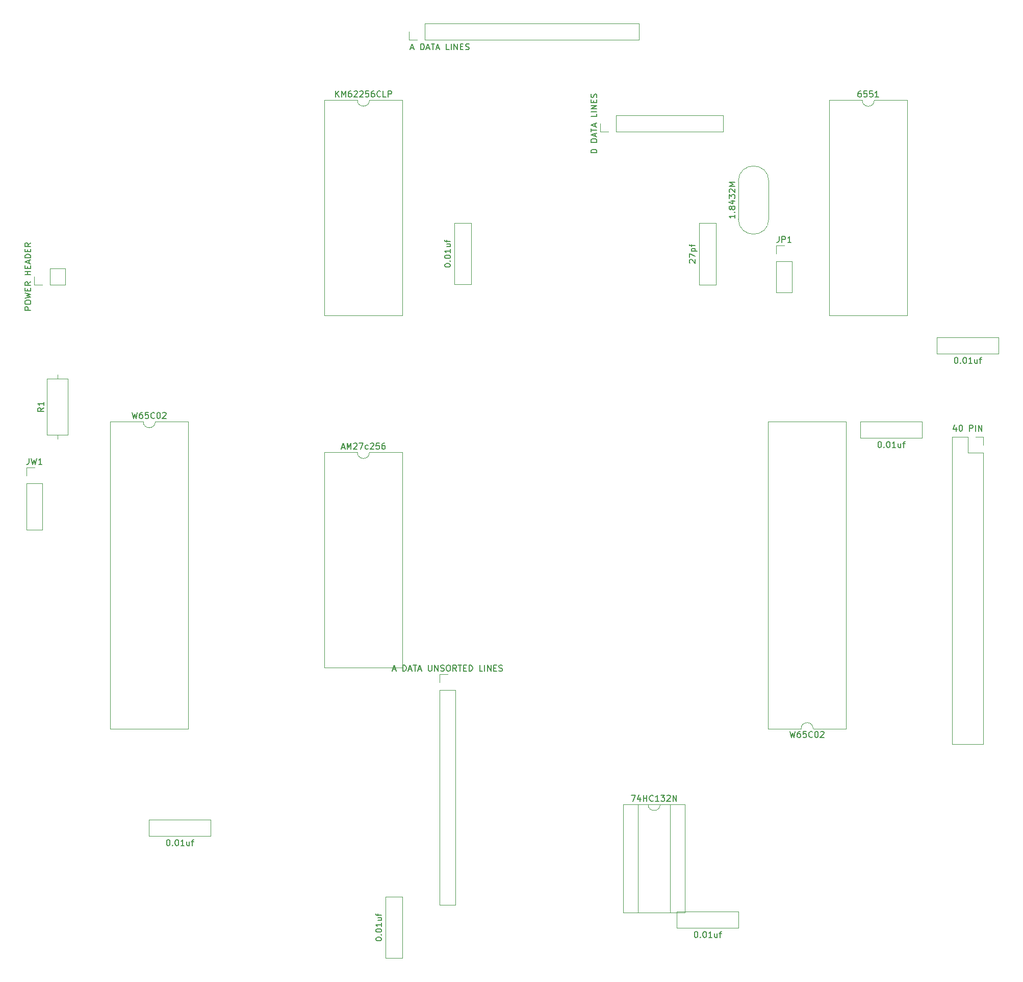
<source format=gbr>
%TF.GenerationSoftware,KiCad,Pcbnew,(6.0.9)*%
%TF.CreationDate,2022-12-08T08:54:28-05:00*%
%TF.ProjectId,6502_4,36353032-5f34-42e6-9b69-6361645f7063,rev?*%
%TF.SameCoordinates,Original*%
%TF.FileFunction,Legend,Top*%
%TF.FilePolarity,Positive*%
%FSLAX46Y46*%
G04 Gerber Fmt 4.6, Leading zero omitted, Abs format (unit mm)*
G04 Created by KiCad (PCBNEW (6.0.9)) date 2022-12-08 08:54:28*
%MOMM*%
%LPD*%
G01*
G04 APERTURE LIST*
%ADD10C,0.150000*%
%ADD11C,0.120000*%
G04 APERTURE END LIST*
D10*
%TO.C,D DATA LINES*%
X114962380Y-35337142D02*
X113962380Y-35337142D01*
X113962380Y-35099047D01*
X114010000Y-34956190D01*
X114105238Y-34860952D01*
X114200476Y-34813333D01*
X114390952Y-34765714D01*
X114533809Y-34765714D01*
X114724285Y-34813333D01*
X114819523Y-34860952D01*
X114914761Y-34956190D01*
X114962380Y-35099047D01*
X114962380Y-35337142D01*
X114962380Y-33575238D02*
X113962380Y-33575238D01*
X113962380Y-33337142D01*
X114010000Y-33194285D01*
X114105238Y-33099047D01*
X114200476Y-33051428D01*
X114390952Y-33003809D01*
X114533809Y-33003809D01*
X114724285Y-33051428D01*
X114819523Y-33099047D01*
X114914761Y-33194285D01*
X114962380Y-33337142D01*
X114962380Y-33575238D01*
X114676666Y-32622857D02*
X114676666Y-32146666D01*
X114962380Y-32718095D02*
X113962380Y-32384761D01*
X114962380Y-32051428D01*
X113962380Y-31860952D02*
X113962380Y-31289523D01*
X114962380Y-31575238D02*
X113962380Y-31575238D01*
X114676666Y-31003809D02*
X114676666Y-30527619D01*
X114962380Y-31099047D02*
X113962380Y-30765714D01*
X114962380Y-30432380D01*
X114962380Y-28860952D02*
X114962380Y-29337142D01*
X113962380Y-29337142D01*
X114962380Y-28527619D02*
X113962380Y-28527619D01*
X114962380Y-28051428D02*
X113962380Y-28051428D01*
X114962380Y-27480000D01*
X113962380Y-27480000D01*
X114438571Y-27003809D02*
X114438571Y-26670476D01*
X114962380Y-26527619D02*
X114962380Y-27003809D01*
X113962380Y-27003809D01*
X113962380Y-26527619D01*
X114914761Y-26146666D02*
X114962380Y-26003809D01*
X114962380Y-25765714D01*
X114914761Y-25670476D01*
X114867142Y-25622857D01*
X114771904Y-25575238D01*
X114676666Y-25575238D01*
X114581428Y-25622857D01*
X114533809Y-25670476D01*
X114486190Y-25765714D01*
X114438571Y-25956190D01*
X114390952Y-26051428D01*
X114343333Y-26099047D01*
X114248095Y-26146666D01*
X114152857Y-26146666D01*
X114057619Y-26099047D01*
X114010000Y-26051428D01*
X113962380Y-25956190D01*
X113962380Y-25718095D01*
X114010000Y-25575238D01*
%TO.C,0.01uf*%
X161853809Y-83232380D02*
X161949047Y-83232380D01*
X162044285Y-83280000D01*
X162091904Y-83327619D01*
X162139523Y-83422857D01*
X162187142Y-83613333D01*
X162187142Y-83851428D01*
X162139523Y-84041904D01*
X162091904Y-84137142D01*
X162044285Y-84184761D01*
X161949047Y-84232380D01*
X161853809Y-84232380D01*
X161758571Y-84184761D01*
X161710952Y-84137142D01*
X161663333Y-84041904D01*
X161615714Y-83851428D01*
X161615714Y-83613333D01*
X161663333Y-83422857D01*
X161710952Y-83327619D01*
X161758571Y-83280000D01*
X161853809Y-83232380D01*
X162615714Y-84137142D02*
X162663333Y-84184761D01*
X162615714Y-84232380D01*
X162568095Y-84184761D01*
X162615714Y-84137142D01*
X162615714Y-84232380D01*
X163282380Y-83232380D02*
X163377619Y-83232380D01*
X163472857Y-83280000D01*
X163520476Y-83327619D01*
X163568095Y-83422857D01*
X163615714Y-83613333D01*
X163615714Y-83851428D01*
X163568095Y-84041904D01*
X163520476Y-84137142D01*
X163472857Y-84184761D01*
X163377619Y-84232380D01*
X163282380Y-84232380D01*
X163187142Y-84184761D01*
X163139523Y-84137142D01*
X163091904Y-84041904D01*
X163044285Y-83851428D01*
X163044285Y-83613333D01*
X163091904Y-83422857D01*
X163139523Y-83327619D01*
X163187142Y-83280000D01*
X163282380Y-83232380D01*
X164568095Y-84232380D02*
X163996666Y-84232380D01*
X164282380Y-84232380D02*
X164282380Y-83232380D01*
X164187142Y-83375238D01*
X164091904Y-83470476D01*
X163996666Y-83518095D01*
X165425238Y-83565714D02*
X165425238Y-84232380D01*
X164996666Y-83565714D02*
X164996666Y-84089523D01*
X165044285Y-84184761D01*
X165139523Y-84232380D01*
X165282380Y-84232380D01*
X165377619Y-84184761D01*
X165425238Y-84137142D01*
X165758571Y-83565714D02*
X166139523Y-83565714D01*
X165901428Y-84232380D02*
X165901428Y-83375238D01*
X165949047Y-83280000D01*
X166044285Y-83232380D01*
X166139523Y-83232380D01*
%TO.C,6551*%
X158776904Y-25072380D02*
X158586428Y-25072380D01*
X158491190Y-25120000D01*
X158443571Y-25167619D01*
X158348333Y-25310476D01*
X158300714Y-25500952D01*
X158300714Y-25881904D01*
X158348333Y-25977142D01*
X158395952Y-26024761D01*
X158491190Y-26072380D01*
X158681666Y-26072380D01*
X158776904Y-26024761D01*
X158824523Y-25977142D01*
X158872142Y-25881904D01*
X158872142Y-25643809D01*
X158824523Y-25548571D01*
X158776904Y-25500952D01*
X158681666Y-25453333D01*
X158491190Y-25453333D01*
X158395952Y-25500952D01*
X158348333Y-25548571D01*
X158300714Y-25643809D01*
X159776904Y-25072380D02*
X159300714Y-25072380D01*
X159253095Y-25548571D01*
X159300714Y-25500952D01*
X159395952Y-25453333D01*
X159634047Y-25453333D01*
X159729285Y-25500952D01*
X159776904Y-25548571D01*
X159824523Y-25643809D01*
X159824523Y-25881904D01*
X159776904Y-25977142D01*
X159729285Y-26024761D01*
X159634047Y-26072380D01*
X159395952Y-26072380D01*
X159300714Y-26024761D01*
X159253095Y-25977142D01*
X160729285Y-25072380D02*
X160253095Y-25072380D01*
X160205476Y-25548571D01*
X160253095Y-25500952D01*
X160348333Y-25453333D01*
X160586428Y-25453333D01*
X160681666Y-25500952D01*
X160729285Y-25548571D01*
X160776904Y-25643809D01*
X160776904Y-25881904D01*
X160729285Y-25977142D01*
X160681666Y-26024761D01*
X160586428Y-26072380D01*
X160348333Y-26072380D01*
X160253095Y-26024761D01*
X160205476Y-25977142D01*
X161729285Y-26072380D02*
X161157857Y-26072380D01*
X161443571Y-26072380D02*
X161443571Y-25072380D01*
X161348333Y-25215238D01*
X161253095Y-25310476D01*
X161157857Y-25358095D01*
%TO.C,JP1*%
X145216666Y-49192380D02*
X145216666Y-49906666D01*
X145169047Y-50049523D01*
X145073809Y-50144761D01*
X144930952Y-50192380D01*
X144835714Y-50192380D01*
X145692857Y-50192380D02*
X145692857Y-49192380D01*
X146073809Y-49192380D01*
X146169047Y-49240000D01*
X146216666Y-49287619D01*
X146264285Y-49382857D01*
X146264285Y-49525714D01*
X146216666Y-49620952D01*
X146169047Y-49668571D01*
X146073809Y-49716190D01*
X145692857Y-49716190D01*
X147216666Y-50192380D02*
X146645238Y-50192380D01*
X146930952Y-50192380D02*
X146930952Y-49192380D01*
X146835714Y-49335238D01*
X146740476Y-49430476D01*
X146645238Y-49478095D01*
%TO.C,74HC132N*%
X120684285Y-141897380D02*
X121350952Y-141897380D01*
X120922380Y-142897380D01*
X122160476Y-142230714D02*
X122160476Y-142897380D01*
X121922380Y-141849761D02*
X121684285Y-142564047D01*
X122303333Y-142564047D01*
X122684285Y-142897380D02*
X122684285Y-141897380D01*
X122684285Y-142373571D02*
X123255714Y-142373571D01*
X123255714Y-142897380D02*
X123255714Y-141897380D01*
X124303333Y-142802142D02*
X124255714Y-142849761D01*
X124112857Y-142897380D01*
X124017619Y-142897380D01*
X123874761Y-142849761D01*
X123779523Y-142754523D01*
X123731904Y-142659285D01*
X123684285Y-142468809D01*
X123684285Y-142325952D01*
X123731904Y-142135476D01*
X123779523Y-142040238D01*
X123874761Y-141945000D01*
X124017619Y-141897380D01*
X124112857Y-141897380D01*
X124255714Y-141945000D01*
X124303333Y-141992619D01*
X125255714Y-142897380D02*
X124684285Y-142897380D01*
X124970000Y-142897380D02*
X124970000Y-141897380D01*
X124874761Y-142040238D01*
X124779523Y-142135476D01*
X124684285Y-142183095D01*
X125589047Y-141897380D02*
X126208095Y-141897380D01*
X125874761Y-142278333D01*
X126017619Y-142278333D01*
X126112857Y-142325952D01*
X126160476Y-142373571D01*
X126208095Y-142468809D01*
X126208095Y-142706904D01*
X126160476Y-142802142D01*
X126112857Y-142849761D01*
X126017619Y-142897380D01*
X125731904Y-142897380D01*
X125636666Y-142849761D01*
X125589047Y-142802142D01*
X126589047Y-141992619D02*
X126636666Y-141945000D01*
X126731904Y-141897380D01*
X126970000Y-141897380D01*
X127065238Y-141945000D01*
X127112857Y-141992619D01*
X127160476Y-142087857D01*
X127160476Y-142183095D01*
X127112857Y-142325952D01*
X126541428Y-142897380D01*
X127160476Y-142897380D01*
X127589047Y-142897380D02*
X127589047Y-141897380D01*
X128160476Y-142897380D01*
X128160476Y-141897380D01*
%TO.C,POWER HEADER*%
X20982380Y-61427619D02*
X19982380Y-61427619D01*
X19982380Y-61046666D01*
X20030000Y-60951428D01*
X20077619Y-60903809D01*
X20172857Y-60856190D01*
X20315714Y-60856190D01*
X20410952Y-60903809D01*
X20458571Y-60951428D01*
X20506190Y-61046666D01*
X20506190Y-61427619D01*
X19982380Y-60237142D02*
X19982380Y-60046666D01*
X20030000Y-59951428D01*
X20125238Y-59856190D01*
X20315714Y-59808571D01*
X20649047Y-59808571D01*
X20839523Y-59856190D01*
X20934761Y-59951428D01*
X20982380Y-60046666D01*
X20982380Y-60237142D01*
X20934761Y-60332380D01*
X20839523Y-60427619D01*
X20649047Y-60475238D01*
X20315714Y-60475238D01*
X20125238Y-60427619D01*
X20030000Y-60332380D01*
X19982380Y-60237142D01*
X19982380Y-59475238D02*
X20982380Y-59237142D01*
X20268095Y-59046666D01*
X20982380Y-58856190D01*
X19982380Y-58618095D01*
X20458571Y-58237142D02*
X20458571Y-57903809D01*
X20982380Y-57760952D02*
X20982380Y-58237142D01*
X19982380Y-58237142D01*
X19982380Y-57760952D01*
X20982380Y-56760952D02*
X20506190Y-57094285D01*
X20982380Y-57332380D02*
X19982380Y-57332380D01*
X19982380Y-56951428D01*
X20030000Y-56856190D01*
X20077619Y-56808571D01*
X20172857Y-56760952D01*
X20315714Y-56760952D01*
X20410952Y-56808571D01*
X20458571Y-56856190D01*
X20506190Y-56951428D01*
X20506190Y-57332380D01*
X20982380Y-55570476D02*
X19982380Y-55570476D01*
X20458571Y-55570476D02*
X20458571Y-54999047D01*
X20982380Y-54999047D02*
X19982380Y-54999047D01*
X20458571Y-54522857D02*
X20458571Y-54189523D01*
X20982380Y-54046666D02*
X20982380Y-54522857D01*
X19982380Y-54522857D01*
X19982380Y-54046666D01*
X20696666Y-53665714D02*
X20696666Y-53189523D01*
X20982380Y-53760952D02*
X19982380Y-53427619D01*
X20982380Y-53094285D01*
X20982380Y-52760952D02*
X19982380Y-52760952D01*
X19982380Y-52522857D01*
X20030000Y-52380000D01*
X20125238Y-52284761D01*
X20220476Y-52237142D01*
X20410952Y-52189523D01*
X20553809Y-52189523D01*
X20744285Y-52237142D01*
X20839523Y-52284761D01*
X20934761Y-52380000D01*
X20982380Y-52522857D01*
X20982380Y-52760952D01*
X20458571Y-51760952D02*
X20458571Y-51427619D01*
X20982380Y-51284761D02*
X20982380Y-51760952D01*
X19982380Y-51760952D01*
X19982380Y-51284761D01*
X20982380Y-50284761D02*
X20506190Y-50618095D01*
X20982380Y-50856190D02*
X19982380Y-50856190D01*
X19982380Y-50475238D01*
X20030000Y-50380000D01*
X20077619Y-50332380D01*
X20172857Y-50284761D01*
X20315714Y-50284761D01*
X20410952Y-50332380D01*
X20458571Y-50380000D01*
X20506190Y-50475238D01*
X20506190Y-50856190D01*
%TO.C,0.01uf*%
X89662380Y-54046190D02*
X89662380Y-53950952D01*
X89710000Y-53855714D01*
X89757619Y-53808095D01*
X89852857Y-53760476D01*
X90043333Y-53712857D01*
X90281428Y-53712857D01*
X90471904Y-53760476D01*
X90567142Y-53808095D01*
X90614761Y-53855714D01*
X90662380Y-53950952D01*
X90662380Y-54046190D01*
X90614761Y-54141428D01*
X90567142Y-54189047D01*
X90471904Y-54236666D01*
X90281428Y-54284285D01*
X90043333Y-54284285D01*
X89852857Y-54236666D01*
X89757619Y-54189047D01*
X89710000Y-54141428D01*
X89662380Y-54046190D01*
X90567142Y-53284285D02*
X90614761Y-53236666D01*
X90662380Y-53284285D01*
X90614761Y-53331904D01*
X90567142Y-53284285D01*
X90662380Y-53284285D01*
X89662380Y-52617619D02*
X89662380Y-52522380D01*
X89710000Y-52427142D01*
X89757619Y-52379523D01*
X89852857Y-52331904D01*
X90043333Y-52284285D01*
X90281428Y-52284285D01*
X90471904Y-52331904D01*
X90567142Y-52379523D01*
X90614761Y-52427142D01*
X90662380Y-52522380D01*
X90662380Y-52617619D01*
X90614761Y-52712857D01*
X90567142Y-52760476D01*
X90471904Y-52808095D01*
X90281428Y-52855714D01*
X90043333Y-52855714D01*
X89852857Y-52808095D01*
X89757619Y-52760476D01*
X89710000Y-52712857D01*
X89662380Y-52617619D01*
X90662380Y-51331904D02*
X90662380Y-51903333D01*
X90662380Y-51617619D02*
X89662380Y-51617619D01*
X89805238Y-51712857D01*
X89900476Y-51808095D01*
X89948095Y-51903333D01*
X89995714Y-50474761D02*
X90662380Y-50474761D01*
X89995714Y-50903333D02*
X90519523Y-50903333D01*
X90614761Y-50855714D01*
X90662380Y-50760476D01*
X90662380Y-50617619D01*
X90614761Y-50522380D01*
X90567142Y-50474761D01*
X89995714Y-50141428D02*
X89995714Y-49760476D01*
X90662380Y-49998571D02*
X89805238Y-49998571D01*
X89710000Y-49950952D01*
X89662380Y-49855714D01*
X89662380Y-49760476D01*
%TO.C,JW1*%
X20685238Y-86022380D02*
X20685238Y-86736666D01*
X20637619Y-86879523D01*
X20542380Y-86974761D01*
X20399523Y-87022380D01*
X20304285Y-87022380D01*
X21066190Y-86022380D02*
X21304285Y-87022380D01*
X21494761Y-86308095D01*
X21685238Y-87022380D01*
X21923333Y-86022380D01*
X22828095Y-87022380D02*
X22256666Y-87022380D01*
X22542380Y-87022380D02*
X22542380Y-86022380D01*
X22447142Y-86165238D01*
X22351904Y-86260476D01*
X22256666Y-86308095D01*
%TO.C,0.01uf*%
X174553809Y-69262380D02*
X174649047Y-69262380D01*
X174744285Y-69310000D01*
X174791904Y-69357619D01*
X174839523Y-69452857D01*
X174887142Y-69643333D01*
X174887142Y-69881428D01*
X174839523Y-70071904D01*
X174791904Y-70167142D01*
X174744285Y-70214761D01*
X174649047Y-70262380D01*
X174553809Y-70262380D01*
X174458571Y-70214761D01*
X174410952Y-70167142D01*
X174363333Y-70071904D01*
X174315714Y-69881428D01*
X174315714Y-69643333D01*
X174363333Y-69452857D01*
X174410952Y-69357619D01*
X174458571Y-69310000D01*
X174553809Y-69262380D01*
X175315714Y-70167142D02*
X175363333Y-70214761D01*
X175315714Y-70262380D01*
X175268095Y-70214761D01*
X175315714Y-70167142D01*
X175315714Y-70262380D01*
X175982380Y-69262380D02*
X176077619Y-69262380D01*
X176172857Y-69310000D01*
X176220476Y-69357619D01*
X176268095Y-69452857D01*
X176315714Y-69643333D01*
X176315714Y-69881428D01*
X176268095Y-70071904D01*
X176220476Y-70167142D01*
X176172857Y-70214761D01*
X176077619Y-70262380D01*
X175982380Y-70262380D01*
X175887142Y-70214761D01*
X175839523Y-70167142D01*
X175791904Y-70071904D01*
X175744285Y-69881428D01*
X175744285Y-69643333D01*
X175791904Y-69452857D01*
X175839523Y-69357619D01*
X175887142Y-69310000D01*
X175982380Y-69262380D01*
X177268095Y-70262380D02*
X176696666Y-70262380D01*
X176982380Y-70262380D02*
X176982380Y-69262380D01*
X176887142Y-69405238D01*
X176791904Y-69500476D01*
X176696666Y-69548095D01*
X178125238Y-69595714D02*
X178125238Y-70262380D01*
X177696666Y-69595714D02*
X177696666Y-70119523D01*
X177744285Y-70214761D01*
X177839523Y-70262380D01*
X177982380Y-70262380D01*
X178077619Y-70214761D01*
X178125238Y-70167142D01*
X178458571Y-69595714D02*
X178839523Y-69595714D01*
X178601428Y-70262380D02*
X178601428Y-69405238D01*
X178649047Y-69310000D01*
X178744285Y-69262380D01*
X178839523Y-69262380D01*
%TO.C,AM27c256*%
X72575952Y-84206666D02*
X73052142Y-84206666D01*
X72480714Y-84492380D02*
X72814047Y-83492380D01*
X73147380Y-84492380D01*
X73480714Y-84492380D02*
X73480714Y-83492380D01*
X73814047Y-84206666D01*
X74147380Y-83492380D01*
X74147380Y-84492380D01*
X74575952Y-83587619D02*
X74623571Y-83540000D01*
X74718809Y-83492380D01*
X74956904Y-83492380D01*
X75052142Y-83540000D01*
X75099761Y-83587619D01*
X75147380Y-83682857D01*
X75147380Y-83778095D01*
X75099761Y-83920952D01*
X74528333Y-84492380D01*
X75147380Y-84492380D01*
X75480714Y-83492380D02*
X76147380Y-83492380D01*
X75718809Y-84492380D01*
X76956904Y-84444761D02*
X76861666Y-84492380D01*
X76671190Y-84492380D01*
X76575952Y-84444761D01*
X76528333Y-84397142D01*
X76480714Y-84301904D01*
X76480714Y-84016190D01*
X76528333Y-83920952D01*
X76575952Y-83873333D01*
X76671190Y-83825714D01*
X76861666Y-83825714D01*
X76956904Y-83873333D01*
X77337857Y-83587619D02*
X77385476Y-83540000D01*
X77480714Y-83492380D01*
X77718809Y-83492380D01*
X77814047Y-83540000D01*
X77861666Y-83587619D01*
X77909285Y-83682857D01*
X77909285Y-83778095D01*
X77861666Y-83920952D01*
X77290238Y-84492380D01*
X77909285Y-84492380D01*
X78814047Y-83492380D02*
X78337857Y-83492380D01*
X78290238Y-83968571D01*
X78337857Y-83920952D01*
X78433095Y-83873333D01*
X78671190Y-83873333D01*
X78766428Y-83920952D01*
X78814047Y-83968571D01*
X78861666Y-84063809D01*
X78861666Y-84301904D01*
X78814047Y-84397142D01*
X78766428Y-84444761D01*
X78671190Y-84492380D01*
X78433095Y-84492380D01*
X78337857Y-84444761D01*
X78290238Y-84397142D01*
X79718809Y-83492380D02*
X79528333Y-83492380D01*
X79433095Y-83540000D01*
X79385476Y-83587619D01*
X79290238Y-83730476D01*
X79242619Y-83920952D01*
X79242619Y-84301904D01*
X79290238Y-84397142D01*
X79337857Y-84444761D01*
X79433095Y-84492380D01*
X79623571Y-84492380D01*
X79718809Y-84444761D01*
X79766428Y-84397142D01*
X79814047Y-84301904D01*
X79814047Y-84063809D01*
X79766428Y-83968571D01*
X79718809Y-83920952D01*
X79623571Y-83873333D01*
X79433095Y-83873333D01*
X79337857Y-83920952D01*
X79290238Y-83968571D01*
X79242619Y-84063809D01*
%TO.C,27pf*%
X130397619Y-53610000D02*
X130350000Y-53562380D01*
X130302380Y-53467142D01*
X130302380Y-53229047D01*
X130350000Y-53133809D01*
X130397619Y-53086190D01*
X130492857Y-53038571D01*
X130588095Y-53038571D01*
X130730952Y-53086190D01*
X131302380Y-53657619D01*
X131302380Y-53038571D01*
X130302380Y-52705238D02*
X130302380Y-52038571D01*
X131302380Y-52467142D01*
X130635714Y-51657619D02*
X131635714Y-51657619D01*
X130683333Y-51657619D02*
X130635714Y-51562380D01*
X130635714Y-51371904D01*
X130683333Y-51276666D01*
X130730952Y-51229047D01*
X130826190Y-51181428D01*
X131111904Y-51181428D01*
X131207142Y-51229047D01*
X131254761Y-51276666D01*
X131302380Y-51371904D01*
X131302380Y-51562380D01*
X131254761Y-51657619D01*
X130635714Y-50895714D02*
X130635714Y-50514761D01*
X131302380Y-50752857D02*
X130445238Y-50752857D01*
X130350000Y-50705238D01*
X130302380Y-50610000D01*
X130302380Y-50514761D01*
%TO.C,R1*%
X23132380Y-77636666D02*
X22656190Y-77970000D01*
X23132380Y-78208095D02*
X22132380Y-78208095D01*
X22132380Y-77827142D01*
X22180000Y-77731904D01*
X22227619Y-77684285D01*
X22322857Y-77636666D01*
X22465714Y-77636666D01*
X22560952Y-77684285D01*
X22608571Y-77731904D01*
X22656190Y-77827142D01*
X22656190Y-78208095D01*
X23132380Y-76684285D02*
X23132380Y-77255714D01*
X23132380Y-76970000D02*
X22132380Y-76970000D01*
X22275238Y-77065238D01*
X22370476Y-77160476D01*
X22418095Y-77255714D01*
%TO.C,0.01uf*%
X131373809Y-164512380D02*
X131469047Y-164512380D01*
X131564285Y-164560000D01*
X131611904Y-164607619D01*
X131659523Y-164702857D01*
X131707142Y-164893333D01*
X131707142Y-165131428D01*
X131659523Y-165321904D01*
X131611904Y-165417142D01*
X131564285Y-165464761D01*
X131469047Y-165512380D01*
X131373809Y-165512380D01*
X131278571Y-165464761D01*
X131230952Y-165417142D01*
X131183333Y-165321904D01*
X131135714Y-165131428D01*
X131135714Y-164893333D01*
X131183333Y-164702857D01*
X131230952Y-164607619D01*
X131278571Y-164560000D01*
X131373809Y-164512380D01*
X132135714Y-165417142D02*
X132183333Y-165464761D01*
X132135714Y-165512380D01*
X132088095Y-165464761D01*
X132135714Y-165417142D01*
X132135714Y-165512380D01*
X132802380Y-164512380D02*
X132897619Y-164512380D01*
X132992857Y-164560000D01*
X133040476Y-164607619D01*
X133088095Y-164702857D01*
X133135714Y-164893333D01*
X133135714Y-165131428D01*
X133088095Y-165321904D01*
X133040476Y-165417142D01*
X132992857Y-165464761D01*
X132897619Y-165512380D01*
X132802380Y-165512380D01*
X132707142Y-165464761D01*
X132659523Y-165417142D01*
X132611904Y-165321904D01*
X132564285Y-165131428D01*
X132564285Y-164893333D01*
X132611904Y-164702857D01*
X132659523Y-164607619D01*
X132707142Y-164560000D01*
X132802380Y-164512380D01*
X134088095Y-165512380D02*
X133516666Y-165512380D01*
X133802380Y-165512380D02*
X133802380Y-164512380D01*
X133707142Y-164655238D01*
X133611904Y-164750476D01*
X133516666Y-164798095D01*
X134945238Y-164845714D02*
X134945238Y-165512380D01*
X134516666Y-164845714D02*
X134516666Y-165369523D01*
X134564285Y-165464761D01*
X134659523Y-165512380D01*
X134802380Y-165512380D01*
X134897619Y-165464761D01*
X134945238Y-165417142D01*
X135278571Y-164845714D02*
X135659523Y-164845714D01*
X135421428Y-165512380D02*
X135421428Y-164655238D01*
X135469047Y-164560000D01*
X135564285Y-164512380D01*
X135659523Y-164512380D01*
%TO.C,KM62256CLP*%
X71580952Y-26062380D02*
X71580952Y-25062380D01*
X72152380Y-26062380D02*
X71723809Y-25490952D01*
X72152380Y-25062380D02*
X71580952Y-25633809D01*
X72580952Y-26062380D02*
X72580952Y-25062380D01*
X72914285Y-25776666D01*
X73247619Y-25062380D01*
X73247619Y-26062380D01*
X74152380Y-25062380D02*
X73961904Y-25062380D01*
X73866666Y-25110000D01*
X73819047Y-25157619D01*
X73723809Y-25300476D01*
X73676190Y-25490952D01*
X73676190Y-25871904D01*
X73723809Y-25967142D01*
X73771428Y-26014761D01*
X73866666Y-26062380D01*
X74057142Y-26062380D01*
X74152380Y-26014761D01*
X74200000Y-25967142D01*
X74247619Y-25871904D01*
X74247619Y-25633809D01*
X74200000Y-25538571D01*
X74152380Y-25490952D01*
X74057142Y-25443333D01*
X73866666Y-25443333D01*
X73771428Y-25490952D01*
X73723809Y-25538571D01*
X73676190Y-25633809D01*
X74628571Y-25157619D02*
X74676190Y-25110000D01*
X74771428Y-25062380D01*
X75009523Y-25062380D01*
X75104761Y-25110000D01*
X75152380Y-25157619D01*
X75200000Y-25252857D01*
X75200000Y-25348095D01*
X75152380Y-25490952D01*
X74580952Y-26062380D01*
X75200000Y-26062380D01*
X75580952Y-25157619D02*
X75628571Y-25110000D01*
X75723809Y-25062380D01*
X75961904Y-25062380D01*
X76057142Y-25110000D01*
X76104761Y-25157619D01*
X76152380Y-25252857D01*
X76152380Y-25348095D01*
X76104761Y-25490952D01*
X75533333Y-26062380D01*
X76152380Y-26062380D01*
X77057142Y-25062380D02*
X76580952Y-25062380D01*
X76533333Y-25538571D01*
X76580952Y-25490952D01*
X76676190Y-25443333D01*
X76914285Y-25443333D01*
X77009523Y-25490952D01*
X77057142Y-25538571D01*
X77104761Y-25633809D01*
X77104761Y-25871904D01*
X77057142Y-25967142D01*
X77009523Y-26014761D01*
X76914285Y-26062380D01*
X76676190Y-26062380D01*
X76580952Y-26014761D01*
X76533333Y-25967142D01*
X77961904Y-25062380D02*
X77771428Y-25062380D01*
X77676190Y-25110000D01*
X77628571Y-25157619D01*
X77533333Y-25300476D01*
X77485714Y-25490952D01*
X77485714Y-25871904D01*
X77533333Y-25967142D01*
X77580952Y-26014761D01*
X77676190Y-26062380D01*
X77866666Y-26062380D01*
X77961904Y-26014761D01*
X78009523Y-25967142D01*
X78057142Y-25871904D01*
X78057142Y-25633809D01*
X78009523Y-25538571D01*
X77961904Y-25490952D01*
X77866666Y-25443333D01*
X77676190Y-25443333D01*
X77580952Y-25490952D01*
X77533333Y-25538571D01*
X77485714Y-25633809D01*
X79057142Y-25967142D02*
X79009523Y-26014761D01*
X78866666Y-26062380D01*
X78771428Y-26062380D01*
X78628571Y-26014761D01*
X78533333Y-25919523D01*
X78485714Y-25824285D01*
X78438095Y-25633809D01*
X78438095Y-25490952D01*
X78485714Y-25300476D01*
X78533333Y-25205238D01*
X78628571Y-25110000D01*
X78771428Y-25062380D01*
X78866666Y-25062380D01*
X79009523Y-25110000D01*
X79057142Y-25157619D01*
X79961904Y-26062380D02*
X79485714Y-26062380D01*
X79485714Y-25062380D01*
X80295238Y-26062380D02*
X80295238Y-25062380D01*
X80676190Y-25062380D01*
X80771428Y-25110000D01*
X80819047Y-25157619D01*
X80866666Y-25252857D01*
X80866666Y-25395714D01*
X80819047Y-25490952D01*
X80771428Y-25538571D01*
X80676190Y-25586190D01*
X80295238Y-25586190D01*
%TO.C,W65C02*%
X37806666Y-78397380D02*
X38044761Y-79397380D01*
X38235238Y-78683095D01*
X38425714Y-79397380D01*
X38663809Y-78397380D01*
X39473333Y-78397380D02*
X39282857Y-78397380D01*
X39187619Y-78445000D01*
X39140000Y-78492619D01*
X39044761Y-78635476D01*
X38997142Y-78825952D01*
X38997142Y-79206904D01*
X39044761Y-79302142D01*
X39092380Y-79349761D01*
X39187619Y-79397380D01*
X39378095Y-79397380D01*
X39473333Y-79349761D01*
X39520952Y-79302142D01*
X39568571Y-79206904D01*
X39568571Y-78968809D01*
X39520952Y-78873571D01*
X39473333Y-78825952D01*
X39378095Y-78778333D01*
X39187619Y-78778333D01*
X39092380Y-78825952D01*
X39044761Y-78873571D01*
X38997142Y-78968809D01*
X40473333Y-78397380D02*
X39997142Y-78397380D01*
X39949523Y-78873571D01*
X39997142Y-78825952D01*
X40092380Y-78778333D01*
X40330476Y-78778333D01*
X40425714Y-78825952D01*
X40473333Y-78873571D01*
X40520952Y-78968809D01*
X40520952Y-79206904D01*
X40473333Y-79302142D01*
X40425714Y-79349761D01*
X40330476Y-79397380D01*
X40092380Y-79397380D01*
X39997142Y-79349761D01*
X39949523Y-79302142D01*
X41520952Y-79302142D02*
X41473333Y-79349761D01*
X41330476Y-79397380D01*
X41235238Y-79397380D01*
X41092380Y-79349761D01*
X40997142Y-79254523D01*
X40949523Y-79159285D01*
X40901904Y-78968809D01*
X40901904Y-78825952D01*
X40949523Y-78635476D01*
X40997142Y-78540238D01*
X41092380Y-78445000D01*
X41235238Y-78397380D01*
X41330476Y-78397380D01*
X41473333Y-78445000D01*
X41520952Y-78492619D01*
X42140000Y-78397380D02*
X42235238Y-78397380D01*
X42330476Y-78445000D01*
X42378095Y-78492619D01*
X42425714Y-78587857D01*
X42473333Y-78778333D01*
X42473333Y-79016428D01*
X42425714Y-79206904D01*
X42378095Y-79302142D01*
X42330476Y-79349761D01*
X42235238Y-79397380D01*
X42140000Y-79397380D01*
X42044761Y-79349761D01*
X41997142Y-79302142D01*
X41949523Y-79206904D01*
X41901904Y-79016428D01*
X41901904Y-78778333D01*
X41949523Y-78587857D01*
X41997142Y-78492619D01*
X42044761Y-78445000D01*
X42140000Y-78397380D01*
X42854285Y-78492619D02*
X42901904Y-78445000D01*
X42997142Y-78397380D01*
X43235238Y-78397380D01*
X43330476Y-78445000D01*
X43378095Y-78492619D01*
X43425714Y-78587857D01*
X43425714Y-78683095D01*
X43378095Y-78825952D01*
X42806666Y-79397380D01*
X43425714Y-79397380D01*
%TO.C,40 PIN*%
X174601428Y-80835714D02*
X174601428Y-81502380D01*
X174363333Y-80454761D02*
X174125238Y-81169047D01*
X174744285Y-81169047D01*
X175315714Y-80502380D02*
X175410952Y-80502380D01*
X175506190Y-80550000D01*
X175553809Y-80597619D01*
X175601428Y-80692857D01*
X175649047Y-80883333D01*
X175649047Y-81121428D01*
X175601428Y-81311904D01*
X175553809Y-81407142D01*
X175506190Y-81454761D01*
X175410952Y-81502380D01*
X175315714Y-81502380D01*
X175220476Y-81454761D01*
X175172857Y-81407142D01*
X175125238Y-81311904D01*
X175077619Y-81121428D01*
X175077619Y-80883333D01*
X175125238Y-80692857D01*
X175172857Y-80597619D01*
X175220476Y-80550000D01*
X175315714Y-80502380D01*
X176839523Y-81502380D02*
X176839523Y-80502380D01*
X177220476Y-80502380D01*
X177315714Y-80550000D01*
X177363333Y-80597619D01*
X177410952Y-80692857D01*
X177410952Y-80835714D01*
X177363333Y-80930952D01*
X177315714Y-80978571D01*
X177220476Y-81026190D01*
X176839523Y-81026190D01*
X177839523Y-81502380D02*
X177839523Y-80502380D01*
X178315714Y-81502380D02*
X178315714Y-80502380D01*
X178887142Y-81502380D01*
X178887142Y-80502380D01*
%TO.C,W65C02*%
X147031666Y-131317380D02*
X147269761Y-132317380D01*
X147460238Y-131603095D01*
X147650714Y-132317380D01*
X147888809Y-131317380D01*
X148698333Y-131317380D02*
X148507857Y-131317380D01*
X148412619Y-131365000D01*
X148365000Y-131412619D01*
X148269761Y-131555476D01*
X148222142Y-131745952D01*
X148222142Y-132126904D01*
X148269761Y-132222142D01*
X148317380Y-132269761D01*
X148412619Y-132317380D01*
X148603095Y-132317380D01*
X148698333Y-132269761D01*
X148745952Y-132222142D01*
X148793571Y-132126904D01*
X148793571Y-131888809D01*
X148745952Y-131793571D01*
X148698333Y-131745952D01*
X148603095Y-131698333D01*
X148412619Y-131698333D01*
X148317380Y-131745952D01*
X148269761Y-131793571D01*
X148222142Y-131888809D01*
X149698333Y-131317380D02*
X149222142Y-131317380D01*
X149174523Y-131793571D01*
X149222142Y-131745952D01*
X149317380Y-131698333D01*
X149555476Y-131698333D01*
X149650714Y-131745952D01*
X149698333Y-131793571D01*
X149745952Y-131888809D01*
X149745952Y-132126904D01*
X149698333Y-132222142D01*
X149650714Y-132269761D01*
X149555476Y-132317380D01*
X149317380Y-132317380D01*
X149222142Y-132269761D01*
X149174523Y-132222142D01*
X150745952Y-132222142D02*
X150698333Y-132269761D01*
X150555476Y-132317380D01*
X150460238Y-132317380D01*
X150317380Y-132269761D01*
X150222142Y-132174523D01*
X150174523Y-132079285D01*
X150126904Y-131888809D01*
X150126904Y-131745952D01*
X150174523Y-131555476D01*
X150222142Y-131460238D01*
X150317380Y-131365000D01*
X150460238Y-131317380D01*
X150555476Y-131317380D01*
X150698333Y-131365000D01*
X150745952Y-131412619D01*
X151365000Y-131317380D02*
X151460238Y-131317380D01*
X151555476Y-131365000D01*
X151603095Y-131412619D01*
X151650714Y-131507857D01*
X151698333Y-131698333D01*
X151698333Y-131936428D01*
X151650714Y-132126904D01*
X151603095Y-132222142D01*
X151555476Y-132269761D01*
X151460238Y-132317380D01*
X151365000Y-132317380D01*
X151269761Y-132269761D01*
X151222142Y-132222142D01*
X151174523Y-132126904D01*
X151126904Y-131936428D01*
X151126904Y-131698333D01*
X151174523Y-131507857D01*
X151222142Y-131412619D01*
X151269761Y-131365000D01*
X151365000Y-131317380D01*
X152079285Y-131412619D02*
X152126904Y-131365000D01*
X152222142Y-131317380D01*
X152460238Y-131317380D01*
X152555476Y-131365000D01*
X152603095Y-131412619D01*
X152650714Y-131507857D01*
X152650714Y-131603095D01*
X152603095Y-131745952D01*
X152031666Y-132317380D01*
X152650714Y-132317380D01*
%TO.C,0.01uf*%
X78232380Y-165806190D02*
X78232380Y-165710952D01*
X78280000Y-165615714D01*
X78327619Y-165568095D01*
X78422857Y-165520476D01*
X78613333Y-165472857D01*
X78851428Y-165472857D01*
X79041904Y-165520476D01*
X79137142Y-165568095D01*
X79184761Y-165615714D01*
X79232380Y-165710952D01*
X79232380Y-165806190D01*
X79184761Y-165901428D01*
X79137142Y-165949047D01*
X79041904Y-165996666D01*
X78851428Y-166044285D01*
X78613333Y-166044285D01*
X78422857Y-165996666D01*
X78327619Y-165949047D01*
X78280000Y-165901428D01*
X78232380Y-165806190D01*
X79137142Y-165044285D02*
X79184761Y-164996666D01*
X79232380Y-165044285D01*
X79184761Y-165091904D01*
X79137142Y-165044285D01*
X79232380Y-165044285D01*
X78232380Y-164377619D02*
X78232380Y-164282380D01*
X78280000Y-164187142D01*
X78327619Y-164139523D01*
X78422857Y-164091904D01*
X78613333Y-164044285D01*
X78851428Y-164044285D01*
X79041904Y-164091904D01*
X79137142Y-164139523D01*
X79184761Y-164187142D01*
X79232380Y-164282380D01*
X79232380Y-164377619D01*
X79184761Y-164472857D01*
X79137142Y-164520476D01*
X79041904Y-164568095D01*
X78851428Y-164615714D01*
X78613333Y-164615714D01*
X78422857Y-164568095D01*
X78327619Y-164520476D01*
X78280000Y-164472857D01*
X78232380Y-164377619D01*
X79232380Y-163091904D02*
X79232380Y-163663333D01*
X79232380Y-163377619D02*
X78232380Y-163377619D01*
X78375238Y-163472857D01*
X78470476Y-163568095D01*
X78518095Y-163663333D01*
X78565714Y-162234761D02*
X79232380Y-162234761D01*
X78565714Y-162663333D02*
X79089523Y-162663333D01*
X79184761Y-162615714D01*
X79232380Y-162520476D01*
X79232380Y-162377619D01*
X79184761Y-162282380D01*
X79137142Y-162234761D01*
X78565714Y-161901428D02*
X78565714Y-161520476D01*
X79232380Y-161758571D02*
X78375238Y-161758571D01*
X78280000Y-161710952D01*
X78232380Y-161615714D01*
X78232380Y-161520476D01*
%TO.C,A DATA UNSORTED LINES*%
X81074761Y-121026666D02*
X81550952Y-121026666D01*
X80979523Y-121312380D02*
X81312857Y-120312380D01*
X81646190Y-121312380D01*
X82741428Y-121312380D02*
X82741428Y-120312380D01*
X82979523Y-120312380D01*
X83122380Y-120360000D01*
X83217619Y-120455238D01*
X83265238Y-120550476D01*
X83312857Y-120740952D01*
X83312857Y-120883809D01*
X83265238Y-121074285D01*
X83217619Y-121169523D01*
X83122380Y-121264761D01*
X82979523Y-121312380D01*
X82741428Y-121312380D01*
X83693809Y-121026666D02*
X84170000Y-121026666D01*
X83598571Y-121312380D02*
X83931904Y-120312380D01*
X84265238Y-121312380D01*
X84455714Y-120312380D02*
X85027142Y-120312380D01*
X84741428Y-121312380D02*
X84741428Y-120312380D01*
X85312857Y-121026666D02*
X85789047Y-121026666D01*
X85217619Y-121312380D02*
X85550952Y-120312380D01*
X85884285Y-121312380D01*
X86979523Y-120312380D02*
X86979523Y-121121904D01*
X87027142Y-121217142D01*
X87074761Y-121264761D01*
X87170000Y-121312380D01*
X87360476Y-121312380D01*
X87455714Y-121264761D01*
X87503333Y-121217142D01*
X87550952Y-121121904D01*
X87550952Y-120312380D01*
X88027142Y-121312380D02*
X88027142Y-120312380D01*
X88598571Y-121312380D01*
X88598571Y-120312380D01*
X89027142Y-121264761D02*
X89170000Y-121312380D01*
X89408095Y-121312380D01*
X89503333Y-121264761D01*
X89550952Y-121217142D01*
X89598571Y-121121904D01*
X89598571Y-121026666D01*
X89550952Y-120931428D01*
X89503333Y-120883809D01*
X89408095Y-120836190D01*
X89217619Y-120788571D01*
X89122380Y-120740952D01*
X89074761Y-120693333D01*
X89027142Y-120598095D01*
X89027142Y-120502857D01*
X89074761Y-120407619D01*
X89122380Y-120360000D01*
X89217619Y-120312380D01*
X89455714Y-120312380D01*
X89598571Y-120360000D01*
X90217619Y-120312380D02*
X90408095Y-120312380D01*
X90503333Y-120360000D01*
X90598571Y-120455238D01*
X90646190Y-120645714D01*
X90646190Y-120979047D01*
X90598571Y-121169523D01*
X90503333Y-121264761D01*
X90408095Y-121312380D01*
X90217619Y-121312380D01*
X90122380Y-121264761D01*
X90027142Y-121169523D01*
X89979523Y-120979047D01*
X89979523Y-120645714D01*
X90027142Y-120455238D01*
X90122380Y-120360000D01*
X90217619Y-120312380D01*
X91646190Y-121312380D02*
X91312857Y-120836190D01*
X91074761Y-121312380D02*
X91074761Y-120312380D01*
X91455714Y-120312380D01*
X91550952Y-120360000D01*
X91598571Y-120407619D01*
X91646190Y-120502857D01*
X91646190Y-120645714D01*
X91598571Y-120740952D01*
X91550952Y-120788571D01*
X91455714Y-120836190D01*
X91074761Y-120836190D01*
X91931904Y-120312380D02*
X92503333Y-120312380D01*
X92217619Y-121312380D02*
X92217619Y-120312380D01*
X92836666Y-120788571D02*
X93170000Y-120788571D01*
X93312857Y-121312380D02*
X92836666Y-121312380D01*
X92836666Y-120312380D01*
X93312857Y-120312380D01*
X93741428Y-121312380D02*
X93741428Y-120312380D01*
X93979523Y-120312380D01*
X94122380Y-120360000D01*
X94217619Y-120455238D01*
X94265238Y-120550476D01*
X94312857Y-120740952D01*
X94312857Y-120883809D01*
X94265238Y-121074285D01*
X94217619Y-121169523D01*
X94122380Y-121264761D01*
X93979523Y-121312380D01*
X93741428Y-121312380D01*
X95979523Y-121312380D02*
X95503333Y-121312380D01*
X95503333Y-120312380D01*
X96312857Y-121312380D02*
X96312857Y-120312380D01*
X96789047Y-121312380D02*
X96789047Y-120312380D01*
X97360476Y-121312380D01*
X97360476Y-120312380D01*
X97836666Y-120788571D02*
X98170000Y-120788571D01*
X98312857Y-121312380D02*
X97836666Y-121312380D01*
X97836666Y-120312380D01*
X98312857Y-120312380D01*
X98693809Y-121264761D02*
X98836666Y-121312380D01*
X99074761Y-121312380D01*
X99170000Y-121264761D01*
X99217619Y-121217142D01*
X99265238Y-121121904D01*
X99265238Y-121026666D01*
X99217619Y-120931428D01*
X99170000Y-120883809D01*
X99074761Y-120836190D01*
X98884285Y-120788571D01*
X98789047Y-120740952D01*
X98741428Y-120693333D01*
X98693809Y-120598095D01*
X98693809Y-120502857D01*
X98741428Y-120407619D01*
X98789047Y-120360000D01*
X98884285Y-120312380D01*
X99122380Y-120312380D01*
X99265238Y-120360000D01*
%TO.C,1.8432M*%
X137897380Y-45608571D02*
X137897380Y-46180000D01*
X137897380Y-45894285D02*
X136897380Y-45894285D01*
X137040238Y-45989523D01*
X137135476Y-46084761D01*
X137183095Y-46180000D01*
X137802142Y-45180000D02*
X137849761Y-45132380D01*
X137897380Y-45180000D01*
X137849761Y-45227619D01*
X137802142Y-45180000D01*
X137897380Y-45180000D01*
X137325952Y-44560952D02*
X137278333Y-44656190D01*
X137230714Y-44703809D01*
X137135476Y-44751428D01*
X137087857Y-44751428D01*
X136992619Y-44703809D01*
X136945000Y-44656190D01*
X136897380Y-44560952D01*
X136897380Y-44370476D01*
X136945000Y-44275238D01*
X136992619Y-44227619D01*
X137087857Y-44180000D01*
X137135476Y-44180000D01*
X137230714Y-44227619D01*
X137278333Y-44275238D01*
X137325952Y-44370476D01*
X137325952Y-44560952D01*
X137373571Y-44656190D01*
X137421190Y-44703809D01*
X137516428Y-44751428D01*
X137706904Y-44751428D01*
X137802142Y-44703809D01*
X137849761Y-44656190D01*
X137897380Y-44560952D01*
X137897380Y-44370476D01*
X137849761Y-44275238D01*
X137802142Y-44227619D01*
X137706904Y-44180000D01*
X137516428Y-44180000D01*
X137421190Y-44227619D01*
X137373571Y-44275238D01*
X137325952Y-44370476D01*
X137230714Y-43322857D02*
X137897380Y-43322857D01*
X136849761Y-43560952D02*
X137564047Y-43799047D01*
X137564047Y-43180000D01*
X136897380Y-42894285D02*
X136897380Y-42275238D01*
X137278333Y-42608571D01*
X137278333Y-42465714D01*
X137325952Y-42370476D01*
X137373571Y-42322857D01*
X137468809Y-42275238D01*
X137706904Y-42275238D01*
X137802142Y-42322857D01*
X137849761Y-42370476D01*
X137897380Y-42465714D01*
X137897380Y-42751428D01*
X137849761Y-42846666D01*
X137802142Y-42894285D01*
X136992619Y-41894285D02*
X136945000Y-41846666D01*
X136897380Y-41751428D01*
X136897380Y-41513333D01*
X136945000Y-41418095D01*
X136992619Y-41370476D01*
X137087857Y-41322857D01*
X137183095Y-41322857D01*
X137325952Y-41370476D01*
X137897380Y-41941904D01*
X137897380Y-41322857D01*
X137897380Y-40894285D02*
X136897380Y-40894285D01*
X137611666Y-40560952D01*
X136897380Y-40227619D01*
X137897380Y-40227619D01*
%TO.C,0.01uf*%
X43743809Y-149272380D02*
X43839047Y-149272380D01*
X43934285Y-149320000D01*
X43981904Y-149367619D01*
X44029523Y-149462857D01*
X44077142Y-149653333D01*
X44077142Y-149891428D01*
X44029523Y-150081904D01*
X43981904Y-150177142D01*
X43934285Y-150224761D01*
X43839047Y-150272380D01*
X43743809Y-150272380D01*
X43648571Y-150224761D01*
X43600952Y-150177142D01*
X43553333Y-150081904D01*
X43505714Y-149891428D01*
X43505714Y-149653333D01*
X43553333Y-149462857D01*
X43600952Y-149367619D01*
X43648571Y-149320000D01*
X43743809Y-149272380D01*
X44505714Y-150177142D02*
X44553333Y-150224761D01*
X44505714Y-150272380D01*
X44458095Y-150224761D01*
X44505714Y-150177142D01*
X44505714Y-150272380D01*
X45172380Y-149272380D02*
X45267619Y-149272380D01*
X45362857Y-149320000D01*
X45410476Y-149367619D01*
X45458095Y-149462857D01*
X45505714Y-149653333D01*
X45505714Y-149891428D01*
X45458095Y-150081904D01*
X45410476Y-150177142D01*
X45362857Y-150224761D01*
X45267619Y-150272380D01*
X45172380Y-150272380D01*
X45077142Y-150224761D01*
X45029523Y-150177142D01*
X44981904Y-150081904D01*
X44934285Y-149891428D01*
X44934285Y-149653333D01*
X44981904Y-149462857D01*
X45029523Y-149367619D01*
X45077142Y-149320000D01*
X45172380Y-149272380D01*
X46458095Y-150272380D02*
X45886666Y-150272380D01*
X46172380Y-150272380D02*
X46172380Y-149272380D01*
X46077142Y-149415238D01*
X45981904Y-149510476D01*
X45886666Y-149558095D01*
X47315238Y-149605714D02*
X47315238Y-150272380D01*
X46886666Y-149605714D02*
X46886666Y-150129523D01*
X46934285Y-150224761D01*
X47029523Y-150272380D01*
X47172380Y-150272380D01*
X47267619Y-150224761D01*
X47315238Y-150177142D01*
X47648571Y-149605714D02*
X48029523Y-149605714D01*
X47791428Y-150272380D02*
X47791428Y-149415238D01*
X47839047Y-149320000D01*
X47934285Y-149272380D01*
X48029523Y-149272380D01*
%TO.C,A DATA LINES*%
X84066666Y-17946666D02*
X84542857Y-17946666D01*
X83971428Y-18232380D02*
X84304761Y-17232380D01*
X84638095Y-18232380D01*
X85733333Y-18232380D02*
X85733333Y-17232380D01*
X85971428Y-17232380D01*
X86114285Y-17280000D01*
X86209523Y-17375238D01*
X86257142Y-17470476D01*
X86304761Y-17660952D01*
X86304761Y-17803809D01*
X86257142Y-17994285D01*
X86209523Y-18089523D01*
X86114285Y-18184761D01*
X85971428Y-18232380D01*
X85733333Y-18232380D01*
X86685714Y-17946666D02*
X87161904Y-17946666D01*
X86590476Y-18232380D02*
X86923809Y-17232380D01*
X87257142Y-18232380D01*
X87447619Y-17232380D02*
X88019047Y-17232380D01*
X87733333Y-18232380D02*
X87733333Y-17232380D01*
X88304761Y-17946666D02*
X88780952Y-17946666D01*
X88209523Y-18232380D02*
X88542857Y-17232380D01*
X88876190Y-18232380D01*
X90447619Y-18232380D02*
X89971428Y-18232380D01*
X89971428Y-17232380D01*
X90780952Y-18232380D02*
X90780952Y-17232380D01*
X91257142Y-18232380D02*
X91257142Y-17232380D01*
X91828571Y-18232380D01*
X91828571Y-17232380D01*
X92304761Y-17708571D02*
X92638095Y-17708571D01*
X92780952Y-18232380D02*
X92304761Y-18232380D01*
X92304761Y-17232380D01*
X92780952Y-17232380D01*
X93161904Y-18184761D02*
X93304761Y-18232380D01*
X93542857Y-18232380D01*
X93638095Y-18184761D01*
X93685714Y-18137142D01*
X93733333Y-18041904D01*
X93733333Y-17946666D01*
X93685714Y-17851428D01*
X93638095Y-17803809D01*
X93542857Y-17756190D01*
X93352380Y-17708571D01*
X93257142Y-17660952D01*
X93209523Y-17613333D01*
X93161904Y-17518095D01*
X93161904Y-17422857D01*
X93209523Y-17327619D01*
X93257142Y-17280000D01*
X93352380Y-17232380D01*
X93590476Y-17232380D01*
X93733333Y-17280000D01*
D11*
%TO.C,D DATA LINES*%
X118110000Y-31810000D02*
X135950000Y-31810000D01*
X115510000Y-31810000D02*
X115510000Y-30480000D01*
X116840000Y-31810000D02*
X115510000Y-31810000D01*
X118110000Y-29150000D02*
X135950000Y-29150000D01*
X118110000Y-31810000D02*
X118110000Y-29150000D01*
X135950000Y-31810000D02*
X135950000Y-29150000D01*
%TO.C,0.01uf*%
X168950000Y-79910000D02*
X158710000Y-79910000D01*
X168950000Y-82650000D02*
X158710000Y-82650000D01*
X158710000Y-82650000D02*
X158710000Y-79910000D01*
X168950000Y-82650000D02*
X168950000Y-79910000D01*
%TO.C,6551*%
X159015000Y-26620000D02*
X153555000Y-26620000D01*
X166475000Y-62300000D02*
X166475000Y-26620000D01*
X153555000Y-62300000D02*
X166475000Y-62300000D01*
X166475000Y-26620000D02*
X161015000Y-26620000D01*
X153555000Y-26620000D02*
X153555000Y-62300000D01*
X159015000Y-26620000D02*
G75*
G03*
X161015000Y-26620000I1000000J0D01*
G01*
%TO.C,JP1*%
X144720000Y-53340000D02*
X147380000Y-53340000D01*
X144720000Y-58480000D02*
X147380000Y-58480000D01*
X144720000Y-52070000D02*
X144720000Y-50740000D01*
X144720000Y-53340000D02*
X144720000Y-58480000D01*
X147380000Y-53340000D02*
X147380000Y-58480000D01*
X144720000Y-50740000D02*
X146050000Y-50740000D01*
%TO.C,74HC132N*%
X127120000Y-143445000D02*
X125470000Y-143445000D01*
X121820000Y-143445000D02*
X121820000Y-161345000D01*
X129610000Y-143385000D02*
X119330000Y-143385000D01*
X129610000Y-161405000D02*
X129610000Y-143385000D01*
X119330000Y-161405000D02*
X129610000Y-161405000D01*
X119330000Y-143385000D02*
X119330000Y-161405000D01*
X127120000Y-161345000D02*
X127120000Y-143445000D01*
X121820000Y-161345000D02*
X127120000Y-161345000D01*
X123470000Y-143445000D02*
X121820000Y-143445000D01*
X123470000Y-143445000D02*
G75*
G03*
X125470000Y-143445000I1000000J0D01*
G01*
%TO.C,POWER HEADER*%
X22860000Y-57210000D02*
X21530000Y-57210000D01*
X26730000Y-57210000D02*
X26730000Y-54550000D01*
X24130000Y-57210000D02*
X24130000Y-54550000D01*
X24130000Y-54550000D02*
X26730000Y-54550000D01*
X24130000Y-57210000D02*
X26730000Y-57210000D01*
X21530000Y-57210000D02*
X21530000Y-55880000D01*
%TO.C,0.01uf*%
X91340000Y-46950000D02*
X94080000Y-46950000D01*
X91340000Y-57190000D02*
X94080000Y-57190000D01*
X94080000Y-57190000D02*
X94080000Y-46950000D01*
X91340000Y-57190000D02*
X91340000Y-46950000D01*
%TO.C,JW1*%
X20260000Y-88900000D02*
X20260000Y-87570000D01*
X20260000Y-90170000D02*
X22920000Y-90170000D01*
X20260000Y-97850000D02*
X22920000Y-97850000D01*
X20260000Y-90170000D02*
X20260000Y-97850000D01*
X20260000Y-87570000D02*
X21590000Y-87570000D01*
X22920000Y-90170000D02*
X22920000Y-97850000D01*
%TO.C,0.01uf*%
X181650000Y-68680000D02*
X171410000Y-68680000D01*
X171410000Y-68680000D02*
X171410000Y-65940000D01*
X181650000Y-65940000D02*
X171410000Y-65940000D01*
X181650000Y-68680000D02*
X181650000Y-65940000D01*
%TO.C,AM27c256*%
X82655000Y-120720000D02*
X82655000Y-85040000D01*
X75195000Y-85040000D02*
X69735000Y-85040000D01*
X69735000Y-85040000D02*
X69735000Y-120720000D01*
X82655000Y-85040000D02*
X77195000Y-85040000D01*
X69735000Y-120720000D02*
X82655000Y-120720000D01*
X75195000Y-85040000D02*
G75*
G03*
X77195000Y-85040000I1000000J0D01*
G01*
%TO.C,27pf*%
X131980000Y-46990000D02*
X134720000Y-46990000D01*
X131980000Y-57230000D02*
X131980000Y-46990000D01*
X131980000Y-57230000D02*
X134720000Y-57230000D01*
X134720000Y-57230000D02*
X134720000Y-46990000D01*
%TO.C,R1*%
X25400000Y-72160000D02*
X25400000Y-72850000D01*
X27120000Y-72850000D02*
X23680000Y-72850000D01*
X27120000Y-82090000D02*
X27120000Y-72850000D01*
X23680000Y-72850000D02*
X23680000Y-82090000D01*
X23680000Y-82090000D02*
X27120000Y-82090000D01*
X25400000Y-82780000D02*
X25400000Y-82090000D01*
%TO.C,0.01uf*%
X138470000Y-161190000D02*
X128230000Y-161190000D01*
X128230000Y-163930000D02*
X128230000Y-161190000D01*
X138470000Y-163930000D02*
X138470000Y-161190000D01*
X138470000Y-163930000D02*
X128230000Y-163930000D01*
%TO.C,KM62256CLP*%
X69740000Y-26610000D02*
X69740000Y-62290000D01*
X69740000Y-62290000D02*
X82660000Y-62290000D01*
X82660000Y-26610000D02*
X77200000Y-26610000D01*
X75200000Y-26610000D02*
X69740000Y-26610000D01*
X82660000Y-62290000D02*
X82660000Y-26610000D01*
X75200000Y-26610000D02*
G75*
G03*
X77200000Y-26610000I1000000J0D01*
G01*
%TO.C,W65C02*%
X47100000Y-130865000D02*
X47100000Y-79945000D01*
X34180000Y-79945000D02*
X34180000Y-130865000D01*
X34180000Y-130865000D02*
X47100000Y-130865000D01*
X39640000Y-79945000D02*
X34180000Y-79945000D01*
X47100000Y-79945000D02*
X41640000Y-79945000D01*
X39640000Y-79945000D02*
G75*
G03*
X41640000Y-79945000I1000000J0D01*
G01*
%TO.C,40 PIN*%
X173930000Y-82490000D02*
X176530000Y-82490000D01*
X176530000Y-82490000D02*
X176530000Y-85090000D01*
X179130000Y-82490000D02*
X179130000Y-83820000D01*
X177800000Y-82490000D02*
X179130000Y-82490000D01*
X173930000Y-133410000D02*
X179130000Y-133410000D01*
X173930000Y-82490000D02*
X173930000Y-133410000D01*
X179130000Y-85090000D02*
X179130000Y-133410000D01*
X176530000Y-85090000D02*
X179130000Y-85090000D01*
%TO.C,W65C02*%
X156325000Y-79945000D02*
X143405000Y-79945000D01*
X143405000Y-79945000D02*
X143405000Y-130865000D01*
X156325000Y-130865000D02*
X156325000Y-79945000D01*
X143405000Y-130865000D02*
X148865000Y-130865000D01*
X150865000Y-130865000D02*
X156325000Y-130865000D01*
X150865000Y-130865000D02*
G75*
G03*
X148865000Y-130865000I-1000000J0D01*
G01*
%TO.C,0.01uf*%
X79910000Y-168950000D02*
X79910000Y-158710000D01*
X82650000Y-168950000D02*
X82650000Y-158710000D01*
X79910000Y-158710000D02*
X82650000Y-158710000D01*
X79910000Y-168950000D02*
X82650000Y-168950000D01*
%TO.C,A DATA UNSORTED LINES*%
X88840000Y-124460000D02*
X91500000Y-124460000D01*
X91500000Y-124460000D02*
X91500000Y-160080000D01*
X88840000Y-121860000D02*
X90170000Y-121860000D01*
X88840000Y-160080000D02*
X91500000Y-160080000D01*
X88840000Y-123190000D02*
X88840000Y-121860000D01*
X88840000Y-124460000D02*
X88840000Y-160080000D01*
%TO.C,1.8432M*%
X138445000Y-46305000D02*
X138445000Y-40055000D01*
X143495000Y-46305000D02*
X143495000Y-40055000D01*
X143495000Y-40055000D02*
G75*
G03*
X138445000Y-40055000I-2525000J0D01*
G01*
X138445000Y-46305000D02*
G75*
G03*
X143495000Y-46305000I2525000J0D01*
G01*
%TO.C,0.01uf*%
X50840000Y-148690000D02*
X40600000Y-148690000D01*
X50840000Y-148690000D02*
X50840000Y-145950000D01*
X40600000Y-148690000D02*
X40600000Y-145950000D01*
X50840000Y-145950000D02*
X40600000Y-145950000D01*
%TO.C,A DATA LINES*%
X121985000Y-16570000D02*
X121985000Y-13910000D01*
X85095000Y-16570000D02*
X83765000Y-16570000D01*
X86365000Y-13910000D02*
X121985000Y-13910000D01*
X86365000Y-16570000D02*
X121985000Y-16570000D01*
X86365000Y-16570000D02*
X86365000Y-13910000D01*
X83765000Y-16570000D02*
X83765000Y-15240000D01*
%TD*%
M02*

</source>
